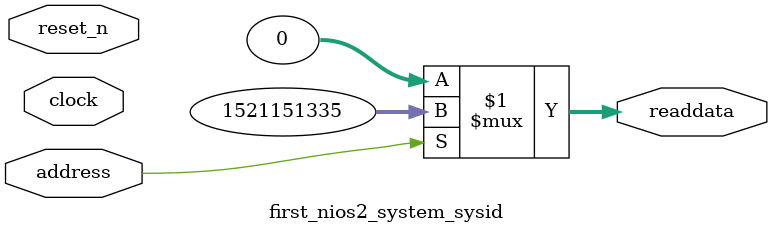
<source format=v>

`timescale 1ns / 1ps
// synthesis translate_on

// turn off superfluous verilog processor warnings 
// altera message_level Level1 
// altera message_off 10034 10035 10036 10037 10230 10240 10030 

module first_nios2_system_sysid (
               // inputs:
                address,
                clock,
                reset_n,

               // outputs:
                readdata
             )
;

  output  [ 31: 0] readdata;
  input            address;
  input            clock;
  input            reset_n;

  wire    [ 31: 0] readdata;
  //control_slave, which is an e_avalon_slave
  assign readdata = address ? 1521151335 : 0;

endmodule




</source>
